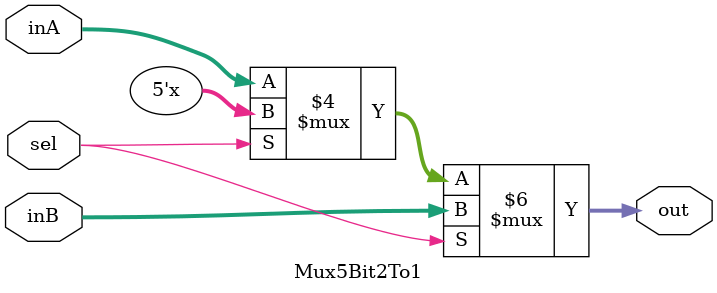
<source format=v>
`timescale 1ns / 1ps


module Mux5Bit2To1(out, inA, inB, sel);

    output reg [4:0] out;
    
    input [4:0] inA;
    input [4:0] inB;
    input sel;

    /* Fill in the implementation here ... */ 
    
    always @(sel, out, inA, inB)
    begin
        if(sel == 0) begin
            out <= inA;
        end
        if(sel == 1) begin
            out <= inB;
        end
        
     end
endmodule

</source>
